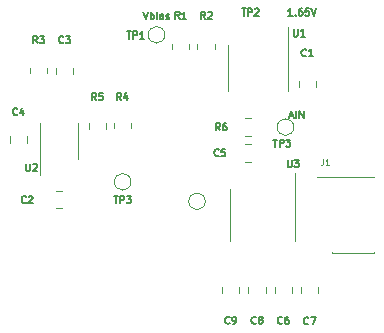
<source format=gbr>
%TF.GenerationSoftware,KiCad,Pcbnew,8.0.2*%
%TF.CreationDate,2025-01-07T16:45:11-05:00*%
%TF.ProjectId,Transimpedence,5472616e-7369-46d7-9065-64656e63652e,rev?*%
%TF.SameCoordinates,Original*%
%TF.FileFunction,Legend,Top*%
%TF.FilePolarity,Positive*%
%FSLAX46Y46*%
G04 Gerber Fmt 4.6, Leading zero omitted, Abs format (unit mm)*
G04 Created by KiCad (PCBNEW 8.0.2) date 2025-01-07 16:45:11*
%MOMM*%
%LPD*%
G01*
G04 APERTURE LIST*
%ADD10C,0.127000*%
%ADD11C,0.100000*%
%ADD12C,0.120000*%
G04 APERTURE END LIST*
D10*
X37504094Y-23340367D02*
X37846952Y-23340367D01*
X37675523Y-23940367D02*
X37675523Y-23340367D01*
X38046952Y-23940367D02*
X38046952Y-23340367D01*
X38046952Y-23340367D02*
X38275523Y-23340367D01*
X38275523Y-23340367D02*
X38332666Y-23368938D01*
X38332666Y-23368938D02*
X38361237Y-23397510D01*
X38361237Y-23397510D02*
X38389809Y-23454653D01*
X38389809Y-23454653D02*
X38389809Y-23540367D01*
X38389809Y-23540367D02*
X38361237Y-23597510D01*
X38361237Y-23597510D02*
X38332666Y-23626081D01*
X38332666Y-23626081D02*
X38275523Y-23654653D01*
X38275523Y-23654653D02*
X38046952Y-23654653D01*
X38961237Y-23940367D02*
X38618380Y-23940367D01*
X38789809Y-23940367D02*
X38789809Y-23340367D01*
X38789809Y-23340367D02*
X38732666Y-23426081D01*
X38732666Y-23426081D02*
X38675523Y-23483224D01*
X38675523Y-23483224D02*
X38618380Y-23511796D01*
X51277237Y-30482538D02*
X51562952Y-30482538D01*
X51220094Y-30653967D02*
X51420094Y-30053967D01*
X51420094Y-30053967D02*
X51620094Y-30653967D01*
X51820095Y-30653967D02*
X51820095Y-30053967D01*
X52105809Y-30653967D02*
X52105809Y-30053967D01*
X52105809Y-30053967D02*
X52448666Y-30653967D01*
X52448666Y-30653967D02*
X52448666Y-30053967D01*
X47206894Y-21392567D02*
X47549752Y-21392567D01*
X47378323Y-21992567D02*
X47378323Y-21392567D01*
X47749752Y-21992567D02*
X47749752Y-21392567D01*
X47749752Y-21392567D02*
X47978323Y-21392567D01*
X47978323Y-21392567D02*
X48035466Y-21421138D01*
X48035466Y-21421138D02*
X48064037Y-21449710D01*
X48064037Y-21449710D02*
X48092609Y-21506853D01*
X48092609Y-21506853D02*
X48092609Y-21592567D01*
X48092609Y-21592567D02*
X48064037Y-21649710D01*
X48064037Y-21649710D02*
X48035466Y-21678281D01*
X48035466Y-21678281D02*
X47978323Y-21706853D01*
X47978323Y-21706853D02*
X47749752Y-21706853D01*
X48321180Y-21449710D02*
X48349752Y-21421138D01*
X48349752Y-21421138D02*
X48406895Y-21392567D01*
X48406895Y-21392567D02*
X48549752Y-21392567D01*
X48549752Y-21392567D02*
X48606895Y-21421138D01*
X48606895Y-21421138D02*
X48635466Y-21449710D01*
X48635466Y-21449710D02*
X48664037Y-21506853D01*
X48664037Y-21506853D02*
X48664037Y-21563996D01*
X48664037Y-21563996D02*
X48635466Y-21649710D01*
X48635466Y-21649710D02*
X48292609Y-21992567D01*
X48292609Y-21992567D02*
X48664037Y-21992567D01*
X49873894Y-32492367D02*
X50216752Y-32492367D01*
X50045323Y-33092367D02*
X50045323Y-32492367D01*
X50416752Y-33092367D02*
X50416752Y-32492367D01*
X50416752Y-32492367D02*
X50645323Y-32492367D01*
X50645323Y-32492367D02*
X50702466Y-32520938D01*
X50702466Y-32520938D02*
X50731037Y-32549510D01*
X50731037Y-32549510D02*
X50759609Y-32606653D01*
X50759609Y-32606653D02*
X50759609Y-32692367D01*
X50759609Y-32692367D02*
X50731037Y-32749510D01*
X50731037Y-32749510D02*
X50702466Y-32778081D01*
X50702466Y-32778081D02*
X50645323Y-32806653D01*
X50645323Y-32806653D02*
X50416752Y-32806653D01*
X50959609Y-32492367D02*
X51331037Y-32492367D01*
X51331037Y-32492367D02*
X51131037Y-32720938D01*
X51131037Y-32720938D02*
X51216752Y-32720938D01*
X51216752Y-32720938D02*
X51273895Y-32749510D01*
X51273895Y-32749510D02*
X51302466Y-32778081D01*
X51302466Y-32778081D02*
X51331037Y-32835224D01*
X51331037Y-32835224D02*
X51331037Y-32978081D01*
X51331037Y-32978081D02*
X51302466Y-33035224D01*
X51302466Y-33035224D02*
X51273895Y-33063796D01*
X51273895Y-33063796D02*
X51216752Y-33092367D01*
X51216752Y-33092367D02*
X51045323Y-33092367D01*
X51045323Y-33092367D02*
X50988180Y-33063796D01*
X50988180Y-33063796D02*
X50959609Y-33035224D01*
X38901094Y-21686082D02*
X39101094Y-22286082D01*
X39101094Y-22286082D02*
X39301094Y-21686082D01*
X39501095Y-22286082D02*
X39501095Y-21686082D01*
X39501095Y-21914653D02*
X39558238Y-21886082D01*
X39558238Y-21886082D02*
X39672523Y-21886082D01*
X39672523Y-21886082D02*
X39729666Y-21914653D01*
X39729666Y-21914653D02*
X39758238Y-21943225D01*
X39758238Y-21943225D02*
X39786809Y-22000368D01*
X39786809Y-22000368D02*
X39786809Y-22171796D01*
X39786809Y-22171796D02*
X39758238Y-22228939D01*
X39758238Y-22228939D02*
X39729666Y-22257511D01*
X39729666Y-22257511D02*
X39672523Y-22286082D01*
X39672523Y-22286082D02*
X39558238Y-22286082D01*
X39558238Y-22286082D02*
X39501095Y-22257511D01*
X40043952Y-22286082D02*
X40043952Y-21886082D01*
X40043952Y-21686082D02*
X40015380Y-21714653D01*
X40015380Y-21714653D02*
X40043952Y-21743225D01*
X40043952Y-21743225D02*
X40072523Y-21714653D01*
X40072523Y-21714653D02*
X40043952Y-21686082D01*
X40043952Y-21686082D02*
X40043952Y-21743225D01*
X40586809Y-22286082D02*
X40586809Y-21971796D01*
X40586809Y-21971796D02*
X40558237Y-21914653D01*
X40558237Y-21914653D02*
X40501094Y-21886082D01*
X40501094Y-21886082D02*
X40386809Y-21886082D01*
X40386809Y-21886082D02*
X40329666Y-21914653D01*
X40586809Y-22257511D02*
X40529666Y-22286082D01*
X40529666Y-22286082D02*
X40386809Y-22286082D01*
X40386809Y-22286082D02*
X40329666Y-22257511D01*
X40329666Y-22257511D02*
X40301094Y-22200368D01*
X40301094Y-22200368D02*
X40301094Y-22143225D01*
X40301094Y-22143225D02*
X40329666Y-22086082D01*
X40329666Y-22086082D02*
X40386809Y-22057511D01*
X40386809Y-22057511D02*
X40529666Y-22057511D01*
X40529666Y-22057511D02*
X40586809Y-22028939D01*
X40843951Y-22257511D02*
X40901094Y-22286082D01*
X40901094Y-22286082D02*
X41015380Y-22286082D01*
X41015380Y-22286082D02*
X41072523Y-22257511D01*
X41072523Y-22257511D02*
X41101094Y-22200368D01*
X41101094Y-22200368D02*
X41101094Y-22171796D01*
X41101094Y-22171796D02*
X41072523Y-22114653D01*
X41072523Y-22114653D02*
X41015380Y-22086082D01*
X41015380Y-22086082D02*
X40929666Y-22086082D01*
X40929666Y-22086082D02*
X40872523Y-22057511D01*
X40872523Y-22057511D02*
X40843951Y-22000368D01*
X40843951Y-22000368D02*
X40843951Y-21971796D01*
X40843951Y-21971796D02*
X40872523Y-21914653D01*
X40872523Y-21914653D02*
X40929666Y-21886082D01*
X40929666Y-21886082D02*
X41015380Y-21886082D01*
X41015380Y-21886082D02*
X41072523Y-21914653D01*
X51518494Y-21992567D02*
X51175637Y-21992567D01*
X51347066Y-21992567D02*
X51347066Y-21392567D01*
X51347066Y-21392567D02*
X51289923Y-21478281D01*
X51289923Y-21478281D02*
X51232780Y-21535424D01*
X51232780Y-21535424D02*
X51175637Y-21563996D01*
X51775638Y-21935424D02*
X51804209Y-21963996D01*
X51804209Y-21963996D02*
X51775638Y-21992567D01*
X51775638Y-21992567D02*
X51747066Y-21963996D01*
X51747066Y-21963996D02*
X51775638Y-21935424D01*
X51775638Y-21935424D02*
X51775638Y-21992567D01*
X52318495Y-21392567D02*
X52204209Y-21392567D01*
X52204209Y-21392567D02*
X52147066Y-21421138D01*
X52147066Y-21421138D02*
X52118495Y-21449710D01*
X52118495Y-21449710D02*
X52061352Y-21535424D01*
X52061352Y-21535424D02*
X52032780Y-21649710D01*
X52032780Y-21649710D02*
X52032780Y-21878281D01*
X52032780Y-21878281D02*
X52061352Y-21935424D01*
X52061352Y-21935424D02*
X52089923Y-21963996D01*
X52089923Y-21963996D02*
X52147066Y-21992567D01*
X52147066Y-21992567D02*
X52261352Y-21992567D01*
X52261352Y-21992567D02*
X52318495Y-21963996D01*
X52318495Y-21963996D02*
X52347066Y-21935424D01*
X52347066Y-21935424D02*
X52375637Y-21878281D01*
X52375637Y-21878281D02*
X52375637Y-21735424D01*
X52375637Y-21735424D02*
X52347066Y-21678281D01*
X52347066Y-21678281D02*
X52318495Y-21649710D01*
X52318495Y-21649710D02*
X52261352Y-21621138D01*
X52261352Y-21621138D02*
X52147066Y-21621138D01*
X52147066Y-21621138D02*
X52089923Y-21649710D01*
X52089923Y-21649710D02*
X52061352Y-21678281D01*
X52061352Y-21678281D02*
X52032780Y-21735424D01*
X52918495Y-21392567D02*
X52632781Y-21392567D01*
X52632781Y-21392567D02*
X52604209Y-21678281D01*
X52604209Y-21678281D02*
X52632781Y-21649710D01*
X52632781Y-21649710D02*
X52689924Y-21621138D01*
X52689924Y-21621138D02*
X52832781Y-21621138D01*
X52832781Y-21621138D02*
X52889924Y-21649710D01*
X52889924Y-21649710D02*
X52918495Y-21678281D01*
X52918495Y-21678281D02*
X52947066Y-21735424D01*
X52947066Y-21735424D02*
X52947066Y-21878281D01*
X52947066Y-21878281D02*
X52918495Y-21935424D01*
X52918495Y-21935424D02*
X52889924Y-21963996D01*
X52889924Y-21963996D02*
X52832781Y-21992567D01*
X52832781Y-21992567D02*
X52689924Y-21992567D01*
X52689924Y-21992567D02*
X52632781Y-21963996D01*
X52632781Y-21963996D02*
X52604209Y-21935424D01*
X53118495Y-21392567D02*
X53318495Y-21992567D01*
X53318495Y-21992567D02*
X53518495Y-21392567D01*
X51104857Y-34214967D02*
X51104857Y-34700681D01*
X51104857Y-34700681D02*
X51133428Y-34757824D01*
X51133428Y-34757824D02*
X51162000Y-34786396D01*
X51162000Y-34786396D02*
X51219142Y-34814967D01*
X51219142Y-34814967D02*
X51333428Y-34814967D01*
X51333428Y-34814967D02*
X51390571Y-34786396D01*
X51390571Y-34786396D02*
X51419142Y-34757824D01*
X51419142Y-34757824D02*
X51447714Y-34700681D01*
X51447714Y-34700681D02*
X51447714Y-34214967D01*
X51676285Y-34214967D02*
X52047713Y-34214967D01*
X52047713Y-34214967D02*
X51847713Y-34443538D01*
X51847713Y-34443538D02*
X51933428Y-34443538D01*
X51933428Y-34443538D02*
X51990571Y-34472110D01*
X51990571Y-34472110D02*
X52019142Y-34500681D01*
X52019142Y-34500681D02*
X52047713Y-34557824D01*
X52047713Y-34557824D02*
X52047713Y-34700681D01*
X52047713Y-34700681D02*
X52019142Y-34757824D01*
X52019142Y-34757824D02*
X51990571Y-34786396D01*
X51990571Y-34786396D02*
X51933428Y-34814967D01*
X51933428Y-34814967D02*
X51761999Y-34814967D01*
X51761999Y-34814967D02*
X51704856Y-34786396D01*
X51704856Y-34786396D02*
X51676285Y-34757824D01*
X28950000Y-37806089D02*
X28921428Y-37834661D01*
X28921428Y-37834661D02*
X28835714Y-37863232D01*
X28835714Y-37863232D02*
X28778571Y-37863232D01*
X28778571Y-37863232D02*
X28692857Y-37834661D01*
X28692857Y-37834661D02*
X28635714Y-37777518D01*
X28635714Y-37777518D02*
X28607143Y-37720375D01*
X28607143Y-37720375D02*
X28578571Y-37606089D01*
X28578571Y-37606089D02*
X28578571Y-37520375D01*
X28578571Y-37520375D02*
X28607143Y-37406089D01*
X28607143Y-37406089D02*
X28635714Y-37348946D01*
X28635714Y-37348946D02*
X28692857Y-37291803D01*
X28692857Y-37291803D02*
X28778571Y-37263232D01*
X28778571Y-37263232D02*
X28835714Y-37263232D01*
X28835714Y-37263232D02*
X28921428Y-37291803D01*
X28921428Y-37291803D02*
X28950000Y-37320375D01*
X29178571Y-37320375D02*
X29207143Y-37291803D01*
X29207143Y-37291803D02*
X29264286Y-37263232D01*
X29264286Y-37263232D02*
X29407143Y-37263232D01*
X29407143Y-37263232D02*
X29464286Y-37291803D01*
X29464286Y-37291803D02*
X29492857Y-37320375D01*
X29492857Y-37320375D02*
X29521428Y-37377518D01*
X29521428Y-37377518D02*
X29521428Y-37434661D01*
X29521428Y-37434661D02*
X29492857Y-37520375D01*
X29492857Y-37520375D02*
X29150000Y-37863232D01*
X29150000Y-37863232D02*
X29521428Y-37863232D01*
X51612857Y-23165967D02*
X51612857Y-23651681D01*
X51612857Y-23651681D02*
X51641428Y-23708824D01*
X51641428Y-23708824D02*
X51670000Y-23737396D01*
X51670000Y-23737396D02*
X51727142Y-23765967D01*
X51727142Y-23765967D02*
X51841428Y-23765967D01*
X51841428Y-23765967D02*
X51898571Y-23737396D01*
X51898571Y-23737396D02*
X51927142Y-23708824D01*
X51927142Y-23708824D02*
X51955714Y-23651681D01*
X51955714Y-23651681D02*
X51955714Y-23165967D01*
X52555713Y-23765967D02*
X52212856Y-23765967D01*
X52384285Y-23765967D02*
X52384285Y-23165967D01*
X52384285Y-23165967D02*
X52327142Y-23251681D01*
X52327142Y-23251681D02*
X52269999Y-23308824D01*
X52269999Y-23308824D02*
X52212856Y-23337396D01*
X28221000Y-30357689D02*
X28192428Y-30386261D01*
X28192428Y-30386261D02*
X28106714Y-30414832D01*
X28106714Y-30414832D02*
X28049571Y-30414832D01*
X28049571Y-30414832D02*
X27963857Y-30386261D01*
X27963857Y-30386261D02*
X27906714Y-30329118D01*
X27906714Y-30329118D02*
X27878143Y-30271975D01*
X27878143Y-30271975D02*
X27849571Y-30157689D01*
X27849571Y-30157689D02*
X27849571Y-30071975D01*
X27849571Y-30071975D02*
X27878143Y-29957689D01*
X27878143Y-29957689D02*
X27906714Y-29900546D01*
X27906714Y-29900546D02*
X27963857Y-29843403D01*
X27963857Y-29843403D02*
X28049571Y-29814832D01*
X28049571Y-29814832D02*
X28106714Y-29814832D01*
X28106714Y-29814832D02*
X28192428Y-29843403D01*
X28192428Y-29843403D02*
X28221000Y-29871975D01*
X28735286Y-30014832D02*
X28735286Y-30414832D01*
X28592428Y-29786261D02*
X28449571Y-30214832D01*
X28449571Y-30214832D02*
X28821000Y-30214832D01*
X44120000Y-22250967D02*
X43920000Y-21965253D01*
X43777143Y-22250967D02*
X43777143Y-21650967D01*
X43777143Y-21650967D02*
X44005714Y-21650967D01*
X44005714Y-21650967D02*
X44062857Y-21679538D01*
X44062857Y-21679538D02*
X44091428Y-21708110D01*
X44091428Y-21708110D02*
X44120000Y-21765253D01*
X44120000Y-21765253D02*
X44120000Y-21850967D01*
X44120000Y-21850967D02*
X44091428Y-21908110D01*
X44091428Y-21908110D02*
X44062857Y-21936681D01*
X44062857Y-21936681D02*
X44005714Y-21965253D01*
X44005714Y-21965253D02*
X43777143Y-21965253D01*
X44348571Y-21708110D02*
X44377143Y-21679538D01*
X44377143Y-21679538D02*
X44434286Y-21650967D01*
X44434286Y-21650967D02*
X44577143Y-21650967D01*
X44577143Y-21650967D02*
X44634286Y-21679538D01*
X44634286Y-21679538D02*
X44662857Y-21708110D01*
X44662857Y-21708110D02*
X44691428Y-21765253D01*
X44691428Y-21765253D02*
X44691428Y-21822396D01*
X44691428Y-21822396D02*
X44662857Y-21908110D01*
X44662857Y-21908110D02*
X44320000Y-22250967D01*
X44320000Y-22250967D02*
X44691428Y-22250967D01*
X50642133Y-48025824D02*
X50613561Y-48054396D01*
X50613561Y-48054396D02*
X50527847Y-48082967D01*
X50527847Y-48082967D02*
X50470704Y-48082967D01*
X50470704Y-48082967D02*
X50384990Y-48054396D01*
X50384990Y-48054396D02*
X50327847Y-47997253D01*
X50327847Y-47997253D02*
X50299276Y-47940110D01*
X50299276Y-47940110D02*
X50270704Y-47825824D01*
X50270704Y-47825824D02*
X50270704Y-47740110D01*
X50270704Y-47740110D02*
X50299276Y-47625824D01*
X50299276Y-47625824D02*
X50327847Y-47568681D01*
X50327847Y-47568681D02*
X50384990Y-47511538D01*
X50384990Y-47511538D02*
X50470704Y-47482967D01*
X50470704Y-47482967D02*
X50527847Y-47482967D01*
X50527847Y-47482967D02*
X50613561Y-47511538D01*
X50613561Y-47511538D02*
X50642133Y-47540110D01*
X51156419Y-47482967D02*
X51042133Y-47482967D01*
X51042133Y-47482967D02*
X50984990Y-47511538D01*
X50984990Y-47511538D02*
X50956419Y-47540110D01*
X50956419Y-47540110D02*
X50899276Y-47625824D01*
X50899276Y-47625824D02*
X50870704Y-47740110D01*
X50870704Y-47740110D02*
X50870704Y-47968681D01*
X50870704Y-47968681D02*
X50899276Y-48025824D01*
X50899276Y-48025824D02*
X50927847Y-48054396D01*
X50927847Y-48054396D02*
X50984990Y-48082967D01*
X50984990Y-48082967D02*
X51099276Y-48082967D01*
X51099276Y-48082967D02*
X51156419Y-48054396D01*
X51156419Y-48054396D02*
X51184990Y-48025824D01*
X51184990Y-48025824D02*
X51213561Y-47968681D01*
X51213561Y-47968681D02*
X51213561Y-47825824D01*
X51213561Y-47825824D02*
X51184990Y-47768681D01*
X51184990Y-47768681D02*
X51156419Y-47740110D01*
X51156419Y-47740110D02*
X51099276Y-47711538D01*
X51099276Y-47711538D02*
X50984990Y-47711538D01*
X50984990Y-47711538D02*
X50927847Y-47740110D01*
X50927847Y-47740110D02*
X50899276Y-47768681D01*
X50899276Y-47768681D02*
X50870704Y-47825824D01*
X36377656Y-37262967D02*
X36720514Y-37262967D01*
X36549085Y-37862967D02*
X36549085Y-37262967D01*
X36920514Y-37862967D02*
X36920514Y-37262967D01*
X36920514Y-37262967D02*
X37149085Y-37262967D01*
X37149085Y-37262967D02*
X37206228Y-37291538D01*
X37206228Y-37291538D02*
X37234799Y-37320110D01*
X37234799Y-37320110D02*
X37263371Y-37377253D01*
X37263371Y-37377253D02*
X37263371Y-37462967D01*
X37263371Y-37462967D02*
X37234799Y-37520110D01*
X37234799Y-37520110D02*
X37206228Y-37548681D01*
X37206228Y-37548681D02*
X37149085Y-37577253D01*
X37149085Y-37577253D02*
X36920514Y-37577253D01*
X37463371Y-37262967D02*
X37834799Y-37262967D01*
X37834799Y-37262967D02*
X37634799Y-37491538D01*
X37634799Y-37491538D02*
X37720514Y-37491538D01*
X37720514Y-37491538D02*
X37777657Y-37520110D01*
X37777657Y-37520110D02*
X37806228Y-37548681D01*
X37806228Y-37548681D02*
X37834799Y-37605824D01*
X37834799Y-37605824D02*
X37834799Y-37748681D01*
X37834799Y-37748681D02*
X37806228Y-37805824D01*
X37806228Y-37805824D02*
X37777657Y-37834396D01*
X37777657Y-37834396D02*
X37720514Y-37862967D01*
X37720514Y-37862967D02*
X37549085Y-37862967D01*
X37549085Y-37862967D02*
X37491942Y-37834396D01*
X37491942Y-37834396D02*
X37463371Y-37805824D01*
X45264400Y-33843424D02*
X45235828Y-33871996D01*
X45235828Y-33871996D02*
X45150114Y-33900567D01*
X45150114Y-33900567D02*
X45092971Y-33900567D01*
X45092971Y-33900567D02*
X45007257Y-33871996D01*
X45007257Y-33871996D02*
X44950114Y-33814853D01*
X44950114Y-33814853D02*
X44921543Y-33757710D01*
X44921543Y-33757710D02*
X44892971Y-33643424D01*
X44892971Y-33643424D02*
X44892971Y-33557710D01*
X44892971Y-33557710D02*
X44921543Y-33443424D01*
X44921543Y-33443424D02*
X44950114Y-33386281D01*
X44950114Y-33386281D02*
X45007257Y-33329138D01*
X45007257Y-33329138D02*
X45092971Y-33300567D01*
X45092971Y-33300567D02*
X45150114Y-33300567D01*
X45150114Y-33300567D02*
X45235828Y-33329138D01*
X45235828Y-33329138D02*
X45264400Y-33357710D01*
X45807257Y-33300567D02*
X45521543Y-33300567D01*
X45521543Y-33300567D02*
X45492971Y-33586281D01*
X45492971Y-33586281D02*
X45521543Y-33557710D01*
X45521543Y-33557710D02*
X45578686Y-33529138D01*
X45578686Y-33529138D02*
X45721543Y-33529138D01*
X45721543Y-33529138D02*
X45778686Y-33557710D01*
X45778686Y-33557710D02*
X45807257Y-33586281D01*
X45807257Y-33586281D02*
X45835828Y-33643424D01*
X45835828Y-33643424D02*
X45835828Y-33786281D01*
X45835828Y-33786281D02*
X45807257Y-33843424D01*
X45807257Y-33843424D02*
X45778686Y-33871996D01*
X45778686Y-33871996D02*
X45721543Y-33900567D01*
X45721543Y-33900567D02*
X45578686Y-33900567D01*
X45578686Y-33900567D02*
X45521543Y-33871996D01*
X45521543Y-33871996D02*
X45492971Y-33843424D01*
X52650000Y-25385224D02*
X52621428Y-25413796D01*
X52621428Y-25413796D02*
X52535714Y-25442367D01*
X52535714Y-25442367D02*
X52478571Y-25442367D01*
X52478571Y-25442367D02*
X52392857Y-25413796D01*
X52392857Y-25413796D02*
X52335714Y-25356653D01*
X52335714Y-25356653D02*
X52307143Y-25299510D01*
X52307143Y-25299510D02*
X52278571Y-25185224D01*
X52278571Y-25185224D02*
X52278571Y-25099510D01*
X52278571Y-25099510D02*
X52307143Y-24985224D01*
X52307143Y-24985224D02*
X52335714Y-24928081D01*
X52335714Y-24928081D02*
X52392857Y-24870938D01*
X52392857Y-24870938D02*
X52478571Y-24842367D01*
X52478571Y-24842367D02*
X52535714Y-24842367D01*
X52535714Y-24842367D02*
X52621428Y-24870938D01*
X52621428Y-24870938D02*
X52650000Y-24899510D01*
X53221428Y-25442367D02*
X52878571Y-25442367D01*
X53050000Y-25442367D02*
X53050000Y-24842367D01*
X53050000Y-24842367D02*
X52992857Y-24928081D01*
X52992857Y-24928081D02*
X52935714Y-24985224D01*
X52935714Y-24985224D02*
X52878571Y-25013796D01*
X28952857Y-34540967D02*
X28952857Y-35026681D01*
X28952857Y-35026681D02*
X28981428Y-35083824D01*
X28981428Y-35083824D02*
X29010000Y-35112396D01*
X29010000Y-35112396D02*
X29067142Y-35140967D01*
X29067142Y-35140967D02*
X29181428Y-35140967D01*
X29181428Y-35140967D02*
X29238571Y-35112396D01*
X29238571Y-35112396D02*
X29267142Y-35083824D01*
X29267142Y-35083824D02*
X29295714Y-35026681D01*
X29295714Y-35026681D02*
X29295714Y-34540967D01*
X29552856Y-34598110D02*
X29581428Y-34569538D01*
X29581428Y-34569538D02*
X29638571Y-34540967D01*
X29638571Y-34540967D02*
X29781428Y-34540967D01*
X29781428Y-34540967D02*
X29838571Y-34569538D01*
X29838571Y-34569538D02*
X29867142Y-34598110D01*
X29867142Y-34598110D02*
X29895713Y-34655253D01*
X29895713Y-34655253D02*
X29895713Y-34712396D01*
X29895713Y-34712396D02*
X29867142Y-34798110D01*
X29867142Y-34798110D02*
X29524285Y-35140967D01*
X29524285Y-35140967D02*
X29895713Y-35140967D01*
X29929959Y-24313467D02*
X29729959Y-24027753D01*
X29587102Y-24313467D02*
X29587102Y-23713467D01*
X29587102Y-23713467D02*
X29815673Y-23713467D01*
X29815673Y-23713467D02*
X29872816Y-23742038D01*
X29872816Y-23742038D02*
X29901387Y-23770610D01*
X29901387Y-23770610D02*
X29929959Y-23827753D01*
X29929959Y-23827753D02*
X29929959Y-23913467D01*
X29929959Y-23913467D02*
X29901387Y-23970610D01*
X29901387Y-23970610D02*
X29872816Y-23999181D01*
X29872816Y-23999181D02*
X29815673Y-24027753D01*
X29815673Y-24027753D02*
X29587102Y-24027753D01*
X30129959Y-23713467D02*
X30501387Y-23713467D01*
X30501387Y-23713467D02*
X30301387Y-23942038D01*
X30301387Y-23942038D02*
X30387102Y-23942038D01*
X30387102Y-23942038D02*
X30444245Y-23970610D01*
X30444245Y-23970610D02*
X30472816Y-23999181D01*
X30472816Y-23999181D02*
X30501387Y-24056324D01*
X30501387Y-24056324D02*
X30501387Y-24199181D01*
X30501387Y-24199181D02*
X30472816Y-24256324D01*
X30472816Y-24256324D02*
X30444245Y-24284896D01*
X30444245Y-24284896D02*
X30387102Y-24313467D01*
X30387102Y-24313467D02*
X30215673Y-24313467D01*
X30215673Y-24313467D02*
X30158530Y-24284896D01*
X30158530Y-24284896D02*
X30129959Y-24256324D01*
X52870267Y-48075824D02*
X52841695Y-48104396D01*
X52841695Y-48104396D02*
X52755981Y-48132967D01*
X52755981Y-48132967D02*
X52698838Y-48132967D01*
X52698838Y-48132967D02*
X52613124Y-48104396D01*
X52613124Y-48104396D02*
X52555981Y-48047253D01*
X52555981Y-48047253D02*
X52527410Y-47990110D01*
X52527410Y-47990110D02*
X52498838Y-47875824D01*
X52498838Y-47875824D02*
X52498838Y-47790110D01*
X52498838Y-47790110D02*
X52527410Y-47675824D01*
X52527410Y-47675824D02*
X52555981Y-47618681D01*
X52555981Y-47618681D02*
X52613124Y-47561538D01*
X52613124Y-47561538D02*
X52698838Y-47532967D01*
X52698838Y-47532967D02*
X52755981Y-47532967D01*
X52755981Y-47532967D02*
X52841695Y-47561538D01*
X52841695Y-47561538D02*
X52870267Y-47590110D01*
X53070267Y-47532967D02*
X53470267Y-47532967D01*
X53470267Y-47532967D02*
X53213124Y-48132967D01*
X45366000Y-31700967D02*
X45166000Y-31415253D01*
X45023143Y-31700967D02*
X45023143Y-31100967D01*
X45023143Y-31100967D02*
X45251714Y-31100967D01*
X45251714Y-31100967D02*
X45308857Y-31129538D01*
X45308857Y-31129538D02*
X45337428Y-31158110D01*
X45337428Y-31158110D02*
X45366000Y-31215253D01*
X45366000Y-31215253D02*
X45366000Y-31300967D01*
X45366000Y-31300967D02*
X45337428Y-31358110D01*
X45337428Y-31358110D02*
X45308857Y-31386681D01*
X45308857Y-31386681D02*
X45251714Y-31415253D01*
X45251714Y-31415253D02*
X45023143Y-31415253D01*
X45880286Y-31100967D02*
X45766000Y-31100967D01*
X45766000Y-31100967D02*
X45708857Y-31129538D01*
X45708857Y-31129538D02*
X45680286Y-31158110D01*
X45680286Y-31158110D02*
X45623143Y-31243824D01*
X45623143Y-31243824D02*
X45594571Y-31358110D01*
X45594571Y-31358110D02*
X45594571Y-31586681D01*
X45594571Y-31586681D02*
X45623143Y-31643824D01*
X45623143Y-31643824D02*
X45651714Y-31672396D01*
X45651714Y-31672396D02*
X45708857Y-31700967D01*
X45708857Y-31700967D02*
X45823143Y-31700967D01*
X45823143Y-31700967D02*
X45880286Y-31672396D01*
X45880286Y-31672396D02*
X45908857Y-31643824D01*
X45908857Y-31643824D02*
X45937428Y-31586681D01*
X45937428Y-31586681D02*
X45937428Y-31443824D01*
X45937428Y-31443824D02*
X45908857Y-31386681D01*
X45908857Y-31386681D02*
X45880286Y-31358110D01*
X45880286Y-31358110D02*
X45823143Y-31329538D01*
X45823143Y-31329538D02*
X45708857Y-31329538D01*
X45708857Y-31329538D02*
X45651714Y-31358110D01*
X45651714Y-31358110D02*
X45623143Y-31386681D01*
X45623143Y-31386681D02*
X45594571Y-31443824D01*
X46185867Y-48025824D02*
X46157295Y-48054396D01*
X46157295Y-48054396D02*
X46071581Y-48082967D01*
X46071581Y-48082967D02*
X46014438Y-48082967D01*
X46014438Y-48082967D02*
X45928724Y-48054396D01*
X45928724Y-48054396D02*
X45871581Y-47997253D01*
X45871581Y-47997253D02*
X45843010Y-47940110D01*
X45843010Y-47940110D02*
X45814438Y-47825824D01*
X45814438Y-47825824D02*
X45814438Y-47740110D01*
X45814438Y-47740110D02*
X45843010Y-47625824D01*
X45843010Y-47625824D02*
X45871581Y-47568681D01*
X45871581Y-47568681D02*
X45928724Y-47511538D01*
X45928724Y-47511538D02*
X46014438Y-47482967D01*
X46014438Y-47482967D02*
X46071581Y-47482967D01*
X46071581Y-47482967D02*
X46157295Y-47511538D01*
X46157295Y-47511538D02*
X46185867Y-47540110D01*
X46471581Y-48082967D02*
X46585867Y-48082967D01*
X46585867Y-48082967D02*
X46643010Y-48054396D01*
X46643010Y-48054396D02*
X46671581Y-48025824D01*
X46671581Y-48025824D02*
X46728724Y-47940110D01*
X46728724Y-47940110D02*
X46757295Y-47825824D01*
X46757295Y-47825824D02*
X46757295Y-47597253D01*
X46757295Y-47597253D02*
X46728724Y-47540110D01*
X46728724Y-47540110D02*
X46700153Y-47511538D01*
X46700153Y-47511538D02*
X46643010Y-47482967D01*
X46643010Y-47482967D02*
X46528724Y-47482967D01*
X46528724Y-47482967D02*
X46471581Y-47511538D01*
X46471581Y-47511538D02*
X46443010Y-47540110D01*
X46443010Y-47540110D02*
X46414438Y-47597253D01*
X46414438Y-47597253D02*
X46414438Y-47740110D01*
X46414438Y-47740110D02*
X46443010Y-47797253D01*
X46443010Y-47797253D02*
X46471581Y-47825824D01*
X46471581Y-47825824D02*
X46528724Y-47854396D01*
X46528724Y-47854396D02*
X46643010Y-47854396D01*
X46643010Y-47854396D02*
X46700153Y-47825824D01*
X46700153Y-47825824D02*
X46728724Y-47797253D01*
X46728724Y-47797253D02*
X46757295Y-47740110D01*
X41950000Y-22250967D02*
X41750000Y-21965253D01*
X41607143Y-22250967D02*
X41607143Y-21650967D01*
X41607143Y-21650967D02*
X41835714Y-21650967D01*
X41835714Y-21650967D02*
X41892857Y-21679538D01*
X41892857Y-21679538D02*
X41921428Y-21708110D01*
X41921428Y-21708110D02*
X41950000Y-21765253D01*
X41950000Y-21765253D02*
X41950000Y-21850967D01*
X41950000Y-21850967D02*
X41921428Y-21908110D01*
X41921428Y-21908110D02*
X41892857Y-21936681D01*
X41892857Y-21936681D02*
X41835714Y-21965253D01*
X41835714Y-21965253D02*
X41607143Y-21965253D01*
X42521428Y-22250967D02*
X42178571Y-22250967D01*
X42350000Y-22250967D02*
X42350000Y-21650967D01*
X42350000Y-21650967D02*
X42292857Y-21736681D01*
X42292857Y-21736681D02*
X42235714Y-21793824D01*
X42235714Y-21793824D02*
X42178571Y-21822396D01*
X37018750Y-29132255D02*
X36818750Y-28846541D01*
X36675893Y-29132255D02*
X36675893Y-28532255D01*
X36675893Y-28532255D02*
X36904464Y-28532255D01*
X36904464Y-28532255D02*
X36961607Y-28560826D01*
X36961607Y-28560826D02*
X36990178Y-28589398D01*
X36990178Y-28589398D02*
X37018750Y-28646541D01*
X37018750Y-28646541D02*
X37018750Y-28732255D01*
X37018750Y-28732255D02*
X36990178Y-28789398D01*
X36990178Y-28789398D02*
X36961607Y-28817969D01*
X36961607Y-28817969D02*
X36904464Y-28846541D01*
X36904464Y-28846541D02*
X36675893Y-28846541D01*
X37533036Y-28732255D02*
X37533036Y-29132255D01*
X37390178Y-28503684D02*
X37247321Y-28932255D01*
X37247321Y-28932255D02*
X37618750Y-28932255D01*
X48414000Y-48025824D02*
X48385428Y-48054396D01*
X48385428Y-48054396D02*
X48299714Y-48082967D01*
X48299714Y-48082967D02*
X48242571Y-48082967D01*
X48242571Y-48082967D02*
X48156857Y-48054396D01*
X48156857Y-48054396D02*
X48099714Y-47997253D01*
X48099714Y-47997253D02*
X48071143Y-47940110D01*
X48071143Y-47940110D02*
X48042571Y-47825824D01*
X48042571Y-47825824D02*
X48042571Y-47740110D01*
X48042571Y-47740110D02*
X48071143Y-47625824D01*
X48071143Y-47625824D02*
X48099714Y-47568681D01*
X48099714Y-47568681D02*
X48156857Y-47511538D01*
X48156857Y-47511538D02*
X48242571Y-47482967D01*
X48242571Y-47482967D02*
X48299714Y-47482967D01*
X48299714Y-47482967D02*
X48385428Y-47511538D01*
X48385428Y-47511538D02*
X48414000Y-47540110D01*
X48756857Y-47740110D02*
X48699714Y-47711538D01*
X48699714Y-47711538D02*
X48671143Y-47682967D01*
X48671143Y-47682967D02*
X48642571Y-47625824D01*
X48642571Y-47625824D02*
X48642571Y-47597253D01*
X48642571Y-47597253D02*
X48671143Y-47540110D01*
X48671143Y-47540110D02*
X48699714Y-47511538D01*
X48699714Y-47511538D02*
X48756857Y-47482967D01*
X48756857Y-47482967D02*
X48871143Y-47482967D01*
X48871143Y-47482967D02*
X48928286Y-47511538D01*
X48928286Y-47511538D02*
X48956857Y-47540110D01*
X48956857Y-47540110D02*
X48985428Y-47597253D01*
X48985428Y-47597253D02*
X48985428Y-47625824D01*
X48985428Y-47625824D02*
X48956857Y-47682967D01*
X48956857Y-47682967D02*
X48928286Y-47711538D01*
X48928286Y-47711538D02*
X48871143Y-47740110D01*
X48871143Y-47740110D02*
X48756857Y-47740110D01*
X48756857Y-47740110D02*
X48699714Y-47768681D01*
X48699714Y-47768681D02*
X48671143Y-47797253D01*
X48671143Y-47797253D02*
X48642571Y-47854396D01*
X48642571Y-47854396D02*
X48642571Y-47968681D01*
X48642571Y-47968681D02*
X48671143Y-48025824D01*
X48671143Y-48025824D02*
X48699714Y-48054396D01*
X48699714Y-48054396D02*
X48756857Y-48082967D01*
X48756857Y-48082967D02*
X48871143Y-48082967D01*
X48871143Y-48082967D02*
X48928286Y-48054396D01*
X48928286Y-48054396D02*
X48956857Y-48025824D01*
X48956857Y-48025824D02*
X48985428Y-47968681D01*
X48985428Y-47968681D02*
X48985428Y-47854396D01*
X48985428Y-47854396D02*
X48956857Y-47797253D01*
X48956857Y-47797253D02*
X48928286Y-47768681D01*
X48928286Y-47768681D02*
X48871143Y-47740110D01*
X32124448Y-24261324D02*
X32095876Y-24289896D01*
X32095876Y-24289896D02*
X32010162Y-24318467D01*
X32010162Y-24318467D02*
X31953019Y-24318467D01*
X31953019Y-24318467D02*
X31867305Y-24289896D01*
X31867305Y-24289896D02*
X31810162Y-24232753D01*
X31810162Y-24232753D02*
X31781591Y-24175610D01*
X31781591Y-24175610D02*
X31753019Y-24061324D01*
X31753019Y-24061324D02*
X31753019Y-23975610D01*
X31753019Y-23975610D02*
X31781591Y-23861324D01*
X31781591Y-23861324D02*
X31810162Y-23804181D01*
X31810162Y-23804181D02*
X31867305Y-23747038D01*
X31867305Y-23747038D02*
X31953019Y-23718467D01*
X31953019Y-23718467D02*
X32010162Y-23718467D01*
X32010162Y-23718467D02*
X32095876Y-23747038D01*
X32095876Y-23747038D02*
X32124448Y-23775610D01*
X32324448Y-23718467D02*
X32695876Y-23718467D01*
X32695876Y-23718467D02*
X32495876Y-23947038D01*
X32495876Y-23947038D02*
X32581591Y-23947038D01*
X32581591Y-23947038D02*
X32638734Y-23975610D01*
X32638734Y-23975610D02*
X32667305Y-24004181D01*
X32667305Y-24004181D02*
X32695876Y-24061324D01*
X32695876Y-24061324D02*
X32695876Y-24204181D01*
X32695876Y-24204181D02*
X32667305Y-24261324D01*
X32667305Y-24261324D02*
X32638734Y-24289896D01*
X32638734Y-24289896D02*
X32581591Y-24318467D01*
X32581591Y-24318467D02*
X32410162Y-24318467D01*
X32410162Y-24318467D02*
X32353019Y-24289896D01*
X32353019Y-24289896D02*
X32324448Y-24261324D01*
D11*
X54106133Y-34143109D02*
X54106133Y-34500252D01*
X54106133Y-34500252D02*
X54082324Y-34571680D01*
X54082324Y-34571680D02*
X54034705Y-34619300D01*
X54034705Y-34619300D02*
X53963276Y-34643109D01*
X53963276Y-34643109D02*
X53915657Y-34643109D01*
X54606133Y-34643109D02*
X54320419Y-34643109D01*
X54463276Y-34643109D02*
X54463276Y-34143109D01*
X54463276Y-34143109D02*
X54415657Y-34214538D01*
X54415657Y-34214538D02*
X54368038Y-34262157D01*
X54368038Y-34262157D02*
X54320419Y-34285966D01*
D10*
X34908750Y-29132255D02*
X34708750Y-28846541D01*
X34565893Y-29132255D02*
X34565893Y-28532255D01*
X34565893Y-28532255D02*
X34794464Y-28532255D01*
X34794464Y-28532255D02*
X34851607Y-28560826D01*
X34851607Y-28560826D02*
X34880178Y-28589398D01*
X34880178Y-28589398D02*
X34908750Y-28646541D01*
X34908750Y-28646541D02*
X34908750Y-28732255D01*
X34908750Y-28732255D02*
X34880178Y-28789398D01*
X34880178Y-28789398D02*
X34851607Y-28817969D01*
X34851607Y-28817969D02*
X34794464Y-28846541D01*
X34794464Y-28846541D02*
X34565893Y-28846541D01*
X35451607Y-28532255D02*
X35165893Y-28532255D01*
X35165893Y-28532255D02*
X35137321Y-28817969D01*
X35137321Y-28817969D02*
X35165893Y-28789398D01*
X35165893Y-28789398D02*
X35223036Y-28760826D01*
X35223036Y-28760826D02*
X35365893Y-28760826D01*
X35365893Y-28760826D02*
X35423036Y-28789398D01*
X35423036Y-28789398D02*
X35451607Y-28817969D01*
X35451607Y-28817969D02*
X35480178Y-28875112D01*
X35480178Y-28875112D02*
X35480178Y-29017969D01*
X35480178Y-29017969D02*
X35451607Y-29075112D01*
X35451607Y-29075112D02*
X35423036Y-29103684D01*
X35423036Y-29103684D02*
X35365893Y-29132255D01*
X35365893Y-29132255D02*
X35223036Y-29132255D01*
X35223036Y-29132255D02*
X35165893Y-29103684D01*
X35165893Y-29103684D02*
X35137321Y-29075112D01*
D12*
%TO.C,U3*%
X46249448Y-38916288D02*
X46249448Y-36716288D01*
X46249448Y-38916288D02*
X46249448Y-41116288D01*
X51719448Y-38916288D02*
X51719448Y-35316288D01*
X51719448Y-38916288D02*
X51719448Y-41116288D01*
%TO.C,C2*%
X31500696Y-36857000D02*
X32023200Y-36857000D01*
X31500696Y-38327000D02*
X32023200Y-38327000D01*
%TO.C,U1*%
X46040000Y-26450000D02*
X46040000Y-24500000D01*
X46040000Y-26450000D02*
X46040000Y-28400000D01*
X51160000Y-26450000D02*
X51160000Y-23000000D01*
X51160000Y-26450000D02*
X51160000Y-28400000D01*
%TO.C,C4*%
X27586000Y-32225348D02*
X27586000Y-32747852D01*
X29056000Y-32225348D02*
X29056000Y-32747852D01*
%TO.C,R2*%
X43458988Y-24397936D02*
X43458988Y-24852064D01*
X44928988Y-24397936D02*
X44928988Y-24852064D01*
%TO.C,C6*%
X50007133Y-44950748D02*
X50007133Y-45473252D01*
X51477133Y-44950748D02*
X51477133Y-45473252D01*
%TO.C,TP1*%
X40705000Y-23622000D02*
G75*
G02*
X39305000Y-23622000I-700000J0D01*
G01*
X39305000Y-23622000D02*
G75*
G02*
X40705000Y-23622000I700000J0D01*
G01*
%TO.C,TP3*%
X37834800Y-36068000D02*
G75*
G02*
X36434800Y-36068000I-700000J0D01*
G01*
X36434800Y-36068000D02*
G75*
G02*
X37834800Y-36068000I700000J0D01*
G01*
%TO.C,C5*%
X47488748Y-32895000D02*
X48011252Y-32895000D01*
X47488748Y-34365000D02*
X48011252Y-34365000D01*
%TO.C,C1*%
X52045000Y-28055240D02*
X52045000Y-27532736D01*
X53515000Y-28055240D02*
X53515000Y-27532736D01*
%TO.C,U2*%
X30114448Y-32609735D02*
X30114448Y-31109735D01*
X30114448Y-32609735D02*
X30114448Y-35484735D01*
X33334448Y-32609735D02*
X33334448Y-31109735D01*
X33334448Y-32609735D02*
X33334448Y-34109735D01*
%TO.C,R3*%
X29285000Y-26412936D02*
X29285000Y-26867064D01*
X30755000Y-26412936D02*
X30755000Y-26867064D01*
%TO.C,C7*%
X52235267Y-44950748D02*
X52235267Y-45473252D01*
X53705267Y-44950748D02*
X53705267Y-45473252D01*
%TO.C,TP2*%
X44134000Y-37719000D02*
G75*
G02*
X42734000Y-37719000I-700000J0D01*
G01*
X42734000Y-37719000D02*
G75*
G02*
X44134000Y-37719000I700000J0D01*
G01*
%TO.C,R6*%
X47522936Y-30695000D02*
X47977064Y-30695000D01*
X47522936Y-32165000D02*
X47977064Y-32165000D01*
%TO.C,C9*%
X45550867Y-44950748D02*
X45550867Y-45473252D01*
X47020867Y-44950748D02*
X47020867Y-45473252D01*
%TO.C,R1*%
X41315000Y-24852064D02*
X41315000Y-24397936D01*
X42785000Y-24852064D02*
X42785000Y-24397936D01*
%TO.C,R4*%
X36382750Y-31552299D02*
X36382750Y-31098171D01*
X37852750Y-31552299D02*
X37852750Y-31098171D01*
%TO.C,TP4*%
X51627000Y-31440000D02*
G75*
G02*
X50227000Y-31440000I-700000J0D01*
G01*
X50227000Y-31440000D02*
G75*
G02*
X51627000Y-31440000I700000J0D01*
G01*
%TO.C,C8*%
X47779000Y-44950748D02*
X47779000Y-45473252D01*
X49249000Y-44950748D02*
X49249000Y-45473252D01*
%TO.C,C3*%
X31489448Y-26931252D02*
X31489448Y-26408748D01*
X32959448Y-26931252D02*
X32959448Y-26408748D01*
%TO.C,J1*%
X53552000Y-35692000D02*
X54877000Y-35692000D01*
X54877000Y-35627000D02*
X54877000Y-35692000D01*
X54877000Y-35627000D02*
X58407000Y-35627000D01*
X54877000Y-42032000D02*
X54877000Y-42097000D01*
X54877000Y-42097000D02*
X58407000Y-42097000D01*
X58407000Y-35627000D02*
X58407000Y-35692000D01*
X58407000Y-42032000D02*
X58407000Y-42097000D01*
%TO.C,R5*%
X34278750Y-31102671D02*
X34278750Y-31556799D01*
X35748750Y-31102671D02*
X35748750Y-31556799D01*
%TD*%
M02*

</source>
